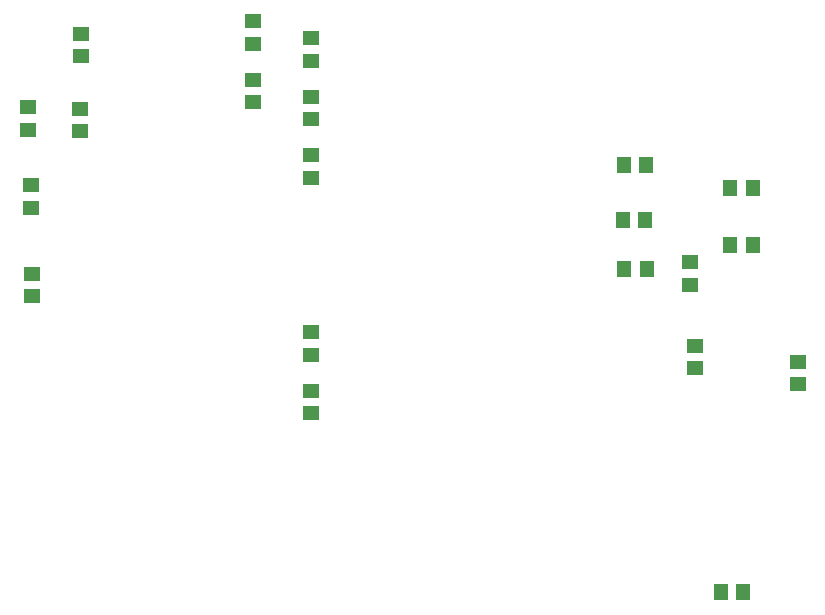
<source format=gbp>
G04*
G04 #@! TF.GenerationSoftware,Altium Limited,Altium Designer,21.9.2 (33)*
G04*
G04 Layer_Color=128*
%FSTAX24Y24*%
%MOIN*%
G70*
G04*
G04 #@! TF.SameCoordinates,5831BF1A-2185-4D37-B2B8-6E218B1F1BCB*
G04*
G04*
G04 #@! TF.FilePolarity,Positive*
G04*
G01*
G75*
%ADD45R,0.0551X0.0472*%
%ADD46R,0.0472X0.0551*%
D45*
X054583Y037884D02*
D03*
Y037136D02*
D03*
Y035931D02*
D03*
Y035183D02*
D03*
X056518Y025573D02*
D03*
X04722Y028729D02*
D03*
X04882Y034229D02*
D03*
X056518Y027523D02*
D03*
Y033423D02*
D03*
X048834Y036712D02*
D03*
X056518Y037323D02*
D03*
Y035373D02*
D03*
X069141Y029108D02*
D03*
Y029856D02*
D03*
X069291Y026313D02*
D03*
Y027061D02*
D03*
X047068Y035023D02*
D03*
Y034275D02*
D03*
X047168Y032423D02*
D03*
Y031675D02*
D03*
X056518Y034625D02*
D03*
Y036575D02*
D03*
X048834Y03746D02*
D03*
X056518Y032675D02*
D03*
Y026775D02*
D03*
X04882Y034977D02*
D03*
X04722Y029477D02*
D03*
X056518Y024825D02*
D03*
X072723Y026541D02*
D03*
Y025793D02*
D03*
D46*
X066943Y029622D02*
D03*
X067691D02*
D03*
X071231Y030441D02*
D03*
X070483D02*
D03*
X067687Y033078D02*
D03*
X066939D02*
D03*
X070908Y018858D02*
D03*
X07016D02*
D03*
X071231Y03233D02*
D03*
X070483D02*
D03*
X0669Y031251D02*
D03*
X067648D02*
D03*
M02*

</source>
